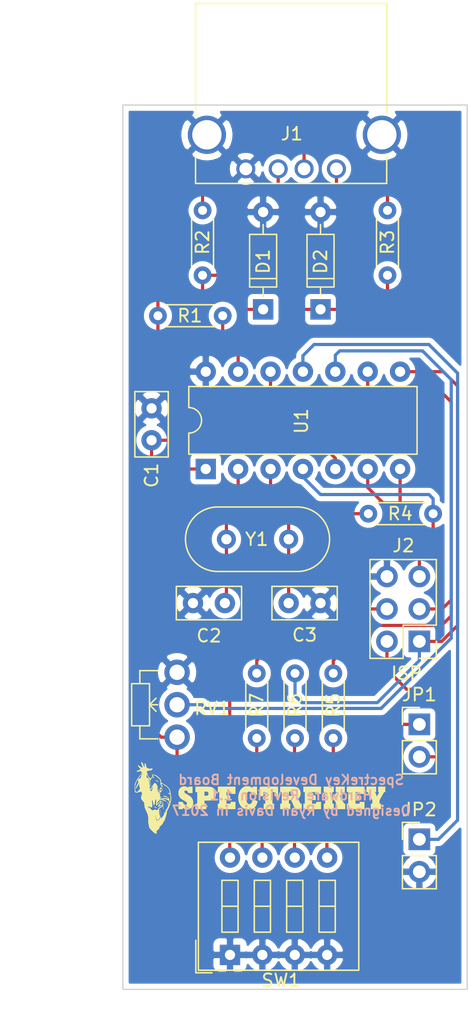
<source format=kicad_pcb>
(kicad_pcb (version 4) (host pcbnew 4.0.7)
  (title_block (title "SpectreKey Development Board") (date 2017-12-09) (rev 1) (company "Designed by Ryan Davis") (comment 1 "Rev1: Initial Revision"))
  (layers (0 F.Cu signal) (31 B.Cu signal) (34 B.Paste user) (35 F.Paste user) (36 B.SilkS user) (37 F.SilkS user) (38 B.Mask user) (39 F.Mask user) (44 Edge.Cuts user))
  (net 0 "")
  (net 1 +5V)
  (net 2 GND)
  (net 3 "Net-(C2-Pad1)")
  (net 4 "Net-(C3-Pad1)")
  (net 5 /D+)
  (net 6 /D-)
  (net 7 "Net-(J1-Pad3)")
  (net 8 "Net-(J1-Pad2)")
  (net 9 "Net-(J2-Pad1)")
  (net 10 VPP)
  (net 11 "Net-(J2-Pad3)")
  (net 12 "Net-(J2-Pad4)")
  (net 13 "Net-(J2-Pad5)")
  (net 14 /P2)
  (net 15 /P4)
  (net 16 /P5)
  (net 17 /P6)
  (net 18 /P3)
  (net 19 /P7)
  (module Capacitors_ThroughHole:C_Disc_D5.0mm_W2.5mm_P2.50mm (layer F.Cu) (at 137.25 100 90)
    (fp_text reference C1 (at -2.75 0 90) (layer F.SilkS))
    (fp_text value 10uF)
    (pad 1 thru_hole circle (at 0 0 90) (size 1.6 1.6) (drill 0.8) (layers *.Cu *.Mask) (net 1 +5V))
    (pad 2 thru_hole circle (at 2.5 0 90) (size 1.6 1.6) (drill 0.8) (layers *.Cu *.Mask) (net 2 GND))
  )
  (module Capacitors_ThroughHole:C_Disc_D5.0mm_W2.5mm_P2.50mm (layer F.Cu) (at 143 112.75 180)
    (fp_text reference C2 (at 1.25 -2.56 180) (layer F.SilkS))
    (fp_text value 22pF)
    (pad 1 thru_hole circle (at 0 0 180) (size 1.6 1.6) (drill 0.8) (layers *.Cu *.Mask) (net 3 "Net-(C2-Pad1)"))
    (pad 2 thru_hole circle (at 2.5 0 180) (size 1.6 1.6) (drill 0.8) (layers *.Cu *.Mask) (net 2 GND))
  )
  (module Capacitors_ThroughHole:C_Disc_D5.0mm_W2.5mm_P2.50mm (layer F.Cu) (at 148 112.75)
    (fp_text reference C3 (at 1.25 2.5) (layer F.SilkS))
    (fp_text value 22pF)
    (pad 1 thru_hole circle (at 0 0) (size 1.6 1.6) (drill 0.8) (layers *.Cu *.Mask) (net 4 "Net-(C3-Pad1)"))
    (pad 2 thru_hole circle (at 2.5 0) (size 1.6 1.6) (drill 0.8) (layers *.Cu *.Mask) (net 2 GND))
  )
  (module Diodes_ThroughHole:D_DO-35_SOD27_P7.62mm_Horizontal (layer F.Cu) (at 146 89.75 90)
    (fp_text reference D1 (at 3.75 0 90) (layer F.SilkS))
    (fp_text value 3.6v)
    (pad 1 thru_hole rect (at 0 0 90) (size 1.6 1.6) (drill 0.8) (layers *.Cu *.Mask) (net 5 /D+))
    (pad 2 thru_hole oval (at 7.62 0 90) (size 1.6 1.6) (drill 0.8) (layers *.Cu *.Mask) (net 2 GND))
  )
  (module Diodes_ThroughHole:D_DO-35_SOD27_P7.62mm_Horizontal (layer F.Cu) (at 150.5 89.75 90)
    (fp_text reference D2 (at 3.75 0 90) (layer F.SilkS))
    (fp_text value 3.6v)
    (pad 1 thru_hole rect (at 0 0 90) (size 1.6 1.6) (drill 0.8) (layers *.Cu *.Mask) (net 6 /D-))
    (pad 2 thru_hole oval (at 7.62 0 90) (size 1.6 1.6) (drill 0.8) (layers *.Cu *.Mask) (net 2 GND))
  )
  (module Connect:USB_A (layer F.Cu) (at 151.75 78.75 180)
    (fp_text reference J1 (at 3.5 2.75 180) (layer F.SilkS))
    (fp_text value USB_A)
    (pad 4 thru_hole circle (at 7.11 0 90) (size 1.5 1.5) (drill 1) (layers *.Cu *.Mask) (net 2 GND))
    (pad 3 thru_hole circle (at 4.57 0 90) (size 1.5 1.5) (drill 1) (layers *.Cu *.Mask) (net 7 "Net-(J1-Pad3)"))
    (pad 2 thru_hole circle (at 2.54 0 90) (size 1.5 1.5) (drill 1) (layers *.Cu *.Mask) (net 8 "Net-(J1-Pad2)"))
    (pad 1 thru_hole circle (at 0 0 90) (size 1.5 1.5) (drill 1) (layers *.Cu *.Mask) (net 1 +5V))
    (pad 5 thru_hole circle (at 10.16 2.67 90) (size 3 3) (drill 2.3) (layers *.Cu *.Mask) (net 2 GND))
    (pad 5 thru_hole circle (at -3.56 2.67 90) (size 3 3) (drill 2.3) (layers *.Cu *.Mask) (net 2 GND))
  )
  (module Pin_Headers:Pin_Header_Straight_2x03_Pitch2.54mm (layer F.Cu) (at 158.25 115.75 180)
    (fp_text reference J2 (at 1.25 7.5 180) (layer F.SilkS))
    (fp_text value ISP (at 1 -2.5 180) (layer F.SilkS))
    (pad 1 thru_hole rect (at 0 0 180) (size 1.7 1.7) (drill 1) (layers *.Cu *.Mask) (net 9 "Net-(J2-Pad1)"))
    (pad 2 thru_hole oval (at 2.54 0 180) (size 1.7 1.7) (drill 1) (layers *.Cu *.Mask) (net 10 VPP))
    (pad 3 thru_hole oval (at 0 2.54 180) (size 1.7 1.7) (drill 1) (layers *.Cu *.Mask) (net 11 "Net-(J2-Pad3)"))
    (pad 4 thru_hole oval (at 2.54 2.54 180) (size 1.7 1.7) (drill 1) (layers *.Cu *.Mask) (net 12 "Net-(J2-Pad4)"))
    (pad 5 thru_hole oval (at 0 5.08 180) (size 1.7 1.7) (drill 1) (layers *.Cu *.Mask) (net 13 "Net-(J2-Pad5)"))
    (pad 6 thru_hole oval (at 2.54 5.08 180) (size 1.7 1.7) (drill 1) (layers *.Cu *.Mask) (net 2 GND))
  )
  (module Pin_Headers:Pin_Header_Straight_1x02_Pitch2.54mm (layer F.Cu) (at 158.25 122.25)
    (fp_text reference JP1 (at 0 -2.33) (layer F.SilkS))
    (fp_text value TRGTPWR)
    (pad 1 thru_hole rect (at 0 0) (size 1.7 1.7) (drill 1) (layers *.Cu *.Mask) (net 1 +5V))
    (pad 2 thru_hole oval (at 0 2.54) (size 1.7 1.7) (drill 1) (layers *.Cu *.Mask) (net 10 VPP))
  )
  (module Pin_Headers:Pin_Header_Straight_1x02_Pitch2.54mm (layer F.Cu) (at 158.25 131.25)
    (fp_text reference JP2 (at 0 -2.33) (layer F.SilkS))
    (fp_text value DEBUG)
    (pad 1 thru_hole rect (at 0 0) (size 1.7 1.7) (drill 1) (layers *.Cu *.Mask) (net 14 /P2))
    (pad 2 thru_hole oval (at 0 2.54) (size 1.7 1.7) (drill 1) (layers *.Cu *.Mask) (net 2 GND))
  )
  (module Resistors_ThroughHole:R_Axial_DIN0204_L3.6mm_D1.6mm_P5.08mm_Horizontal (layer F.Cu) (at 137.75 90.25)
    (fp_text reference R1 (at 2.5 0) (layer F.SilkS))
    (fp_text value 1.5k)
    (pad 1 thru_hole circle (at 0 0) (size 1.4 1.4) (drill 0.7) (layers *.Cu *.Mask) (net 1 +5V))
    (pad 2 thru_hole oval (at 5.08 0) (size 1.4 1.4) (drill 0.7) (layers *.Cu *.Mask) (net 6 /D-))
  )
  (module Resistors_ThroughHole:R_Axial_DIN0204_L3.6mm_D1.6mm_P5.08mm_Horizontal (layer F.Cu) (at 141.25 82 270)
    (fp_text reference R2 (at 2.5 0 270) (layer F.SilkS))
    (fp_text value 68)
    (pad 1 thru_hole circle (at 0 0 270) (size 1.4 1.4) (drill 0.7) (layers *.Cu *.Mask) (net 7 "Net-(J1-Pad3)"))
    (pad 2 thru_hole oval (at 5.08 0 270) (size 1.4 1.4) (drill 0.7) (layers *.Cu *.Mask) (net 5 /D+))
  )
  (module Resistors_ThroughHole:R_Axial_DIN0204_L3.6mm_D1.6mm_P5.08mm_Horizontal (layer F.Cu) (at 155.75 82 270)
    (fp_text reference R3 (at 2.5 0 270) (layer F.SilkS))
    (fp_text value 68)
    (pad 1 thru_hole circle (at 0 0 270) (size 1.4 1.4) (drill 0.7) (layers *.Cu *.Mask) (net 8 "Net-(J1-Pad2)"))
    (pad 2 thru_hole oval (at 5.08 0 270) (size 1.4 1.4) (drill 0.7) (layers *.Cu *.Mask) (net 6 /D-))
  )
  (module Resistors_ThroughHole:R_Axial_DIN0204_L3.6mm_D1.6mm_P5.08mm_Horizontal (layer F.Cu) (at 154.25 105.75)
    (fp_text reference R4 (at 2.5 0) (layer F.SilkS))
    (fp_text value 4.7k)
    (pad 1 thru_hole circle (at 0 0) (size 1.4 1.4) (drill 0.7) (layers *.Cu *.Mask) (net 1 +5V))
    (pad 2 thru_hole oval (at 5.08 0) (size 1.4 1.4) (drill 0.7) (layers *.Cu *.Mask) (net 13 "Net-(J2-Pad5)"))
  )
  (module Resistors_ThroughHole:R_Axial_DIN0204_L3.6mm_D1.6mm_P5.08mm_Horizontal (layer F.Cu) (at 151.5 118.25 270)
    (fp_text reference R5 (at 2.5 0 270) (layer F.SilkS))
    (fp_text value 4.7k)
    (pad 1 thru_hole circle (at 0 0 270) (size 1.4 1.4) (drill 0.7) (layers *.Cu *.Mask) (net 11 "Net-(J2-Pad3)"))
    (pad 2 thru_hole oval (at 5.08 0 270) (size 1.4 1.4) (drill 0.7) (layers *.Cu *.Mask) (net 15 /P4))
  )
  (module Resistors_ThroughHole:R_Axial_DIN0204_L3.6mm_D1.6mm_P5.08mm_Horizontal (layer F.Cu) (at 148.5 118.25 270)
    (fp_text reference R6 (at 2.5 0 270) (layer F.SilkS))
    (fp_text value 4.7k)
    (pad 1 thru_hole circle (at 0 0 270) (size 1.4 1.4) (drill 0.7) (layers *.Cu *.Mask) (net 9 "Net-(J2-Pad1)"))
    (pad 2 thru_hole oval (at 5.08 0 270) (size 1.4 1.4) (drill 0.7) (layers *.Cu *.Mask) (net 16 /P5))
  )
  (module Resistors_ThroughHole:R_Axial_DIN0204_L3.6mm_D1.6mm_P5.08mm_Horizontal (layer F.Cu) (at 145.5 118.25 270)
    (fp_text reference R7 (at 2.5 0 270) (layer F.SilkS))
    (fp_text value 4.7k)
    (pad 1 thru_hole circle (at 0 0 270) (size 1.4 1.4) (drill 0.7) (layers *.Cu *.Mask) (net 12 "Net-(J2-Pad4)"))
    (pad 2 thru_hole oval (at 5.08 0 270) (size 1.4 1.4) (drill 0.7) (layers *.Cu *.Mask) (net 17 /P6))
  )
  (module Potentiometers:Potentiometer_WirePads_Small (layer F.Cu) (at 139.25 123.25 180)
    (fp_text reference RV1 (at -2.75 2.25 180) (layer F.SilkS))
    (fp_text value POT)
    (pad 2 thru_hole circle (at 0 2.54 180) (size 2 2) (drill 1.2) (layers *.Cu *.Mask) (net 18 /P3))
    (pad 3 thru_hole circle (at 0 5.08 180) (size 2 2) (drill 1.2) (layers *.Cu *.Mask) (net 2 GND))
    (pad 1 thru_hole circle (at 0 0 180) (size 2 2) (drill 1.2) (layers *.Cu *.Mask) (net 1 +5V))
  )
  (module Buttons_Switches_ThroughHole:SW_DIP_x4_W7.62mm_Slide (layer F.Cu) (at 143.4 140.3 90)
    (fp_text reference SW1 (at -2 4 180) (layer F.SilkS))
    (fp_text value SW_DIP_x04)
    (pad 1 thru_hole rect (at 0 0 90) (size 1.6 1.6) (drill 0.8) (layers *.Cu *.Mask) (net 2 GND))
    (pad 5 thru_hole oval (at 7.62 7.62 90) (size 1.6 1.6) (drill 0.8) (layers *.Cu *.Mask) (net 15 /P4))
    (pad 2 thru_hole oval (at 0 2.54 90) (size 1.6 1.6) (drill 0.8) (layers *.Cu *.Mask) (net 2 GND))
    (pad 6 thru_hole oval (at 7.62 5.08 90) (size 1.6 1.6) (drill 0.8) (layers *.Cu *.Mask) (net 16 /P5))
    (pad 3 thru_hole oval (at 0 5.08 90) (size 1.6 1.6) (drill 0.8) (layers *.Cu *.Mask) (net 2 GND))
    (pad 7 thru_hole oval (at 7.62 2.54 90) (size 1.6 1.6) (drill 0.8) (layers *.Cu *.Mask) (net 17 /P6))
    (pad 4 thru_hole oval (at 0 7.62 90) (size 1.6 1.6) (drill 0.8) (layers *.Cu *.Mask) (net 2 GND))
    (pad 8 thru_hole oval (at 7.62 0 90) (size 1.6 1.6) (drill 0.8) (layers *.Cu *.Mask) (net 19 /P7))
  )
  (module Housings_DIP:DIP-14_W7.62mm (layer F.Cu) (at 141.5 102.25 90)
    (fp_text reference U1 (at 3.75 7.5 90) (layer F.SilkS))
    (fp_text value ATTINY84-20PU)
    (pad 1 thru_hole rect (at 0 0 90) (size 1.6 1.6) (drill 0.8) (layers *.Cu *.Mask) (net 1 +5V))
    (pad 8 thru_hole oval (at 7.62 15.24 90) (size 1.6 1.6) (drill 0.8) (layers *.Cu *.Mask) (net 9 "Net-(J2-Pad1)"))
    (pad 2 thru_hole oval (at 0 2.54 90) (size 1.6 1.6) (drill 0.8) (layers *.Cu *.Mask) (net 3 "Net-(C2-Pad1)"))
    (pad 9 thru_hole oval (at 7.62 12.7 90) (size 1.6 1.6) (drill 0.8) (layers *.Cu *.Mask) (net 11 "Net-(J2-Pad3)"))
    (pad 3 thru_hole oval (at 0 5.08 90) (size 1.6 1.6) (drill 0.8) (layers *.Cu *.Mask) (net 4 "Net-(C3-Pad1)"))
    (pad 10 thru_hole oval (at 7.62 10.16 90) (size 1.6 1.6) (drill 0.8) (layers *.Cu *.Mask) (net 18 /P3))
    (pad 4 thru_hole oval (at 0 7.62 90) (size 1.6 1.6) (drill 0.8) (layers *.Cu *.Mask) (net 13 "Net-(J2-Pad5)"))
    (pad 11 thru_hole oval (at 7.62 7.62 90) (size 1.6 1.6) (drill 0.8) (layers *.Cu *.Mask) (net 14 /P2))
    (pad 5 thru_hole oval (at 0 10.16 90) (size 1.6 1.6) (drill 0.8) (layers *.Cu *.Mask) (net 5 /D+))
    (pad 12 thru_hole oval (at 7.62 5.08 90) (size 1.6 1.6) (drill 0.8) (layers *.Cu *.Mask) (net 5 /D+))
    (pad 6 thru_hole oval (at 0 12.7 90) (size 1.6 1.6) (drill 0.8) (layers *.Cu *.Mask) (net 19 /P7))
    (pad 13 thru_hole oval (at 7.62 2.54 90) (size 1.6 1.6) (drill 0.8) (layers *.Cu *.Mask) (net 6 /D-))
    (pad 7 thru_hole oval (at 0 15.24 90) (size 1.6 1.6) (drill 0.8) (layers *.Cu *.Mask) (net 12 "Net-(J2-Pad4)"))
    (pad 14 thru_hole oval (at 7.62 0 90) (size 1.6 1.6) (drill 0.8) (layers *.Cu *.Mask) (net 2 GND))
  )
  (module Crystals:Crystal_HC49-U_Vertical (layer F.Cu) (at 148 107.75 180)
    (fp_text reference Y1 (at 2.5 0 180) (layer F.SilkS))
    (fp_text value 20MHz)
    (pad 1 thru_hole circle (at 0 0 180) (size 1.5 1.5) (drill 0.8) (layers *.Cu *.Mask) (net 4 "Net-(C3-Pad1)"))
    (pad 2 thru_hole circle (at 4.88 0 180) (size 1.5 1.5) (drill 0.8) (layers *.Cu *.Mask) (net 3 "Net-(C2-Pad1)"))
  )
  (module "SpectreKey Logo:LogoText_Small_2" (layer F.Cu) (at 145.75 128)
    (fp_text reference G*** hide)
    (fp_text value LOGO hide)
  )
  (gr_line (start 135 73.75) (end 135 143) (angle 90) (layer Edge.Cuts) (width 0.1))
  (gr_line (start 162 73.75) (end 162 143) (angle 90) (layer Edge.Cuts) (width 0.1))
  (gr_line (start 135 143) (end 162 143) (angle 90) (layer Edge.Cuts) (width 0.1))
  (gr_text "SpectreKey Development Board\nHardware Revision 1.1\nDesigned by Ryan Davis in 2017" (at 148.2 127.8) (layer B.SilkS) (effects (font (size 0.75 0.75)) (justify mirror)))
  (gr_line (start 162 73.75) (end 135 73.75) (angle 90) (layer Edge.Cuts) (width 0.1))
  (segment (start 139.25 123.25) (end 139.25 134.45) (width 0.25) (layer F.Cu) (net 1))
  (segment (start 156.45 122.25) (end 158.25 122.25) (width 0.25) (layer F.Cu) (net 1))
  (segment (start 154.7 124) (end 156.45 122.25) (width 0.25) (layer F.Cu) (net 1))
  (segment (start 154.7 134.4) (end 154.7 124) (width 0.25) (layer F.Cu) (net 1))
  (segment (start 152.7 136.4) (end 154.7 134.4) (width 0.25) (layer F.Cu) (net 1))
  (segment (start 141.2 136.4) (end 152.7 136.4) (width 0.25) (layer F.Cu) (net 1))
  (segment (start 139.25 134.45) (end 141.2 136.4) (width 0.25) (layer F.Cu) (net 1))
  (segment (start 152.5 109) (end 152.5 106.25) (width 0.25) (layer F.Cu) (net 1))
  (segment (start 152.5 114) (end 152.5 109) (width 0.25) (layer F.Cu) (net 1))
  (segment (start 152.056801 114.443199) (end 152.5 114) (width 0.25) (layer F.Cu) (net 1))
  (segment (start 153 105.75) (end 154.25 105.75) (width 0.25) (layer F.Cu) (net 1))
  (segment (start 152.5 106.25) (end 153 105.75) (width 0.25) (layer F.Cu) (net 1))
  (segment (start 137.25 114.5) (end 152 114.5) (width 0.25) (layer F.Cu) (net 1))
  (segment (start 139.25 123.25) (end 138 123.25) (width 0.25) (layer F.Cu) (net 1))
  (segment (start 137.25 122.5) (end 137.25 116.25) (width 0.25) (layer F.Cu) (net 1))
  (segment (start 137.25 116.25) (end 137.25 116) (width 0.25) (layer F.Cu) (net 1))
  (segment (start 137.25 116) (end 137.25 114.5) (width 0.25) (layer F.Cu) (net 1))
  (segment (start 137.25 114.5) (end 137.25 100) (width 0.25) (layer F.Cu) (net 1))
  (segment (start 138 123.25) (end 137.25 122.5) (width 0.25) (layer F.Cu) (net 1))
  (segment (start 151.75 78.75) (end 151.75 80) (width 0.25) (layer F.Cu) (net 1))
  (segment (start 137.75 86.5) (end 137.75 90.25) (width 0.25) (layer F.Cu) (net 1))
  (segment (start 139.75 84.5) (end 137.75 86.5) (width 0.25) (layer F.Cu) (net 1))
  (segment (start 147.25 84.5) (end 139.75 84.5) (width 0.25) (layer F.Cu) (net 1))
  (segment (start 148 83.75) (end 147.25 84.5) (width 0.25) (layer F.Cu) (net 1))
  (segment (start 148 81.75) (end 148 83.75) (width 0.25) (layer F.Cu) (net 1))
  (segment (start 149.25 80.5) (end 148 81.75) (width 0.25) (layer F.Cu) (net 1))
  (segment (start 151.25 80.5) (end 149.25 80.5) (width 0.25) (layer F.Cu) (net 1))
  (segment (start 151.75 80) (end 151.25 80.5) (width 0.25) (layer F.Cu) (net 1))
  (segment (start 139.25 99.25) (end 139.25 101.25) (width 0.25) (layer F.Cu) (net 1))
  (segment (start 140.25 102.25) (end 141.5 102.25) (width 0.25) (layer F.Cu) (net 1))
  (segment (start 139.25 101.25) (end 140.25 102.25) (width 0.25) (layer F.Cu) (net 1))
  (segment (start 137.75 90.25) (end 137.75 93.75) (width 0.25) (layer F.Cu) (net 1))
  (segment (start 138.5 100) (end 137.25 100) (width 0.25) (layer F.Cu) (net 1))
  (segment (start 139.25 99.25) (end 138.5 100) (width 0.25) (layer F.Cu) (net 1))
  (segment (start 139.25 95.25) (end 139.25 99.25) (width 0.25) (layer F.Cu) (net 1))
  (segment (start 137.75 93.75) (end 139.25 95.25) (width 0.25) (layer F.Cu) (net 1))
  (segment (start 143.12 107.75) (end 143.12 112.63) (width 0.25) (layer F.Cu) (net 3))
  (segment (start 143.12 112.63) (end 143 112.75) (width 0.25) (layer F.Cu) (net 3))
  (segment (start 143.12 107.75) (end 143.12 105.13) (width 0.25) (layer F.Cu) (net 3))
  (segment (start 144.04 104.21) (end 144.04 102.25) (width 0.25) (layer F.Cu) (net 3))
  (segment (start 143.12 105.13) (end 144.04 104.21) (width 0.25) (layer F.Cu) (net 3))
  (segment (start 148 107.75) (end 148 112.75) (width 0.25) (layer F.Cu) (net 4))
  (segment (start 146.58 102.25) (end 146.58 104.33) (width 0.25) (layer F.Cu) (net 4))
  (segment (start 148 105.75) (end 148 107.75) (width 0.25) (layer F.Cu) (net 4))
  (segment (start 146.58 104.33) (end 148 105.75) (width 0.25) (layer F.Cu) (net 4))
  (segment (start 140.25 95.75) (end 140.25 100.25) (width 0.25) (layer F.Cu) (net 5))
  (segment (start 151.66 101.41) (end 151.66 102.25) (width 0.25) (layer F.Cu) (net 5))
  (segment (start 151 100.75) (end 151.66 101.41) (width 0.25) (layer F.Cu) (net 5))
  (segment (start 140.75 100.75) (end 151 100.75) (width 0.25) (layer F.Cu) (net 5))
  (segment (start 140.25 100.25) (end 140.75 100.75) (width 0.25) (layer F.Cu) (net 5))
  (segment (start 146.58 94.63) (end 146.58 95.92) (width 0.25) (layer F.Cu) (net 5))
  (segment (start 141.25 88.25) (end 141.25 87.08) (width 0.25) (layer F.Cu) (net 5))
  (segment (start 140 89.5) (end 141.25 88.25) (width 0.25) (layer F.Cu) (net 5))
  (segment (start 140 95.5) (end 140 89.5) (width 0.25) (layer F.Cu) (net 5))
  (segment (start 140.5 96) (end 140.25 95.75) (width 0.25) (layer F.Cu) (net 5))
  (segment (start 140.25 95.75) (end 140 95.5) (width 0.25) (layer F.Cu) (net 5))
  (segment (start 146.5 96) (end 140.5 96) (width 0.25) (layer F.Cu) (net 5))
  (segment (start 146.58 95.92) (end 146.5 96) (width 0.25) (layer F.Cu) (net 5))
  (segment (start 141.25 87.08) (end 143.08 87.08) (width 0.25) (layer F.Cu) (net 5))
  (segment (start 144.75 89.75) (end 146 89.75) (width 0.25) (layer F.Cu) (net 5))
  (segment (start 143.75 88.75) (end 144.75 89.75) (width 0.25) (layer F.Cu) (net 5))
  (segment (start 143.75 87.75) (end 143.75 88.75) (width 0.25) (layer F.Cu) (net 5))
  (segment (start 143.08 87.08) (end 143.75 87.75) (width 0.25) (layer F.Cu) (net 5))
  (segment (start 144.04 92.79) (end 145.71 92.79) (width 0.25) (layer F.Cu) (net 6))
  (segment (start 148.75 89.75) (end 150.5 89.75) (width 0.25) (layer F.Cu) (net 6))
  (segment (start 145.71 92.79) (end 148.75 89.75) (width 0.25) (layer F.Cu) (net 6))
  (segment (start 142.83 90.25) (end 142.83 91.58) (width 0.25) (layer F.Cu) (net 6))
  (segment (start 144.04 92.79) (end 144.04 94.63) (width 0.25) (layer F.Cu) (net 6))
  (segment (start 142.83 91.58) (end 144.04 92.79) (width 0.25) (layer F.Cu) (net 6))
  (segment (start 155.75 87.08) (end 155.75 88.25) (width 0.25) (layer F.Cu) (net 6))
  (segment (start 155.75 88.25) (end 154.25 89.75) (width 0.25) (layer F.Cu) (net 6))
  (segment (start 154.25 89.75) (end 150.5 89.75) (width 0.25) (layer F.Cu) (net 6))
  (segment (start 141.25 82) (end 141.25 80.75) (width 0.25) (layer F.Cu) (net 7))
  (segment (start 147.18 80.07) (end 147.18 78.75) (width 0.25) (layer F.Cu) (net 7))
  (segment (start 146.75 80.5) (end 147.18 80.07) (width 0.25) (layer F.Cu) (net 7))
  (segment (start 141.5 80.5) (end 146.75 80.5) (width 0.25) (layer F.Cu) (net 7))
  (segment (start 141.25 80.75) (end 141.5 80.5) (width 0.25) (layer F.Cu) (net 7))
  (segment (start 149.21 78.75) (end 149.21 77.29) (width 0.25) (layer F.Cu) (net 8))
  (segment (start 155.75 80.25) (end 155.75 82) (width 0.25) (layer F.Cu) (net 8))
  (segment (start 152.5 77) (end 155.75 80.25) (width 0.25) (layer F.Cu) (net 8))
  (segment (start 149.5 77) (end 152.5 77) (width 0.25) (layer F.Cu) (net 8))
  (segment (start 149.21 77.29) (end 149.5 77) (width 0.25) (layer F.Cu) (net 8))
  (segment (start 158.25 115.75) (end 158.25 117.25) (width 0.25) (layer B.Cu) (net 9))
  (segment (start 148.5 120) (end 148.5 118.25) (width 0.25) (layer B.Cu) (net 9))
  (segment (start 149.049998 120.549998) (end 148.5 120) (width 0.25) (layer B.Cu) (net 9))
  (segment (start 154.950002 120.549998) (end 149.049998 120.549998) (width 0.25) (layer B.Cu) (net 9))
  (segment (start 158.25 117.25) (end 154.950002 120.549998) (width 0.25) (layer B.Cu) (net 9))
  (segment (start 156.74 94.63) (end 160.13 94.63) (width 0.25) (layer F.Cu) (net 9))
  (segment (start 160 115.75) (end 158.25 115.75) (width 0.25) (layer F.Cu) (net 9))
  (segment (start 161.25 114.5) (end 160 115.75) (width 0.25) (layer F.Cu) (net 9))
  (segment (start 161.25 95.75) (end 161.25 114.5) (width 0.25) (layer F.Cu) (net 9))
  (segment (start 160.13 94.63) (end 161.25 95.75) (width 0.25) (layer F.Cu) (net 9))
  (segment (start 155.71 115.75) (end 155.71 117.96) (width 0.25) (layer F.Cu) (net 10))
  (segment (start 157.25 119.5) (end 160 119.5) (width 0.25) (layer F.Cu) (net 10))
  (segment (start 155.71 117.96) (end 157.25 119.5) (width 0.25) (layer F.Cu) (net 10))
  (segment (start 160.5 120) (end 160.5 124.25) (width 0.25) (layer F.Cu) (net 10))
  (segment (start 159.96 124.79) (end 158.25 124.79) (width 0.25) (layer F.Cu) (net 10))
  (segment (start 160.5 124.25) (end 159.96 124.79) (width 0.25) (layer F.Cu) (net 10))
  (segment (start 160 119.5) (end 160.5 120) (width 0.25) (layer F.Cu) (net 10))
  (segment (start 154.25 114.5) (end 160 114.5) (width 0.25) (layer F.Cu) (net 11))
  (segment (start 151.5 117.25) (end 154.25 114.5) (width 0.25) (layer F.Cu) (net 11))
  (segment (start 151.5 118.25) (end 151.5 117.25) (width 0.25) (layer F.Cu) (net 11))
  (segment (start 160 114.5) (end 160.75 113.75) (width 0.25) (layer F.Cu) (net 11))
  (segment (start 160.75 113.75) (end 160.75 112.5) (width 0.25) (layer F.Cu) (net 11))
  (segment (start 154.2 94.63) (end 154.2 95.95) (width 0.25) (layer F.Cu) (net 11))
  (segment (start 160.04 113.21) (end 158.25 113.21) (width 0.25) (layer F.Cu) (net 11))
  (segment (start 160.75 112.5) (end 160.04 113.21) (width 0.25) (layer F.Cu) (net 11))
  (segment (start 160.75 97) (end 160.75 112.5) (width 0.25) (layer F.Cu) (net 11))
  (segment (start 159.75 96) (end 160.75 97) (width 0.25) (layer F.Cu) (net 11))
  (segment (start 154.25 96) (end 159.75 96) (width 0.25) (layer F.Cu) (net 11))
  (segment (start 154.2 95.95) (end 154.25 96) (width 0.25) (layer F.Cu) (net 11))
  (segment (start 156.74 102.25) (end 156.74 106.51) (width 0.25) (layer F.Cu) (net 12))
  (segment (start 154 109.25) (end 154 113.5) (width 0.25) (layer F.Cu) (net 12))
  (segment (start 156.74 106.51) (end 154 109.25) (width 0.25) (layer F.Cu) (net 12))
  (segment (start 155.71 113.21) (end 154.29 113.21) (width 0.25) (layer F.Cu) (net 12))
  (segment (start 145.5 117.25) (end 145.5 118.25) (width 0.25) (layer F.Cu) (net 12))
  (segment (start 146.25 116.5) (end 145.5 117.25) (width 0.25) (layer F.Cu) (net 12))
  (segment (start 151.5 116.5) (end 146.25 116.5) (width 0.25) (layer F.Cu) (net 12))
  (segment (start 154 114) (end 151.5 116.5) (width 0.25) (layer F.Cu) (net 12))
  (segment (start 154 113.5) (end 154 114) (width 0.25) (layer F.Cu) (net 12))
  (segment (start 154.29 113.21) (end 154 113.5) (width 0.25) (layer F.Cu) (net 12))
  (segment (start 150.5 104.25) (end 159 104.25) (width 0.25) (layer B.Cu) (net 13))
  (segment (start 149.12 102.25) (end 149.12 102.87) (width 0.25) (layer B.Cu) (net 13))
  (segment (start 149.12 102.87) (end 150.5 104.25) (width 0.25) (layer B.Cu) (net 13))
  (segment (start 159 104.25) (end 159.33 104.58) (width 0.25) (layer B.Cu) (net 13))
  (segment (start 159.33 104.58) (end 159.33 105.75) (width 0.25) (layer B.Cu) (net 13))
  (segment (start 158.25 110.67) (end 158.25 108.75) (width 0.25) (layer F.Cu) (net 13))
  (segment (start 159.33 107.67) (end 159.33 105.75) (width 0.25) (layer F.Cu) (net 13))
  (segment (start 158.25 108.75) (end 159.33 107.67) (width 0.25) (layer F.Cu) (net 13))
  (segment (start 158.25 131.25) (end 159.75 131.25) (width 0.25) (layer B.Cu) (net 14))
  (segment (start 159.75 131.25) (end 161.25 129.75) (width 0.25) (layer B.Cu) (net 14))
  (segment (start 161.25 129.75) (end 161.25 94.75) (width 0.25) (layer B.Cu) (net 14))
  (segment (start 161.25 94.75) (end 159 92.5) (width 0.25) (layer B.Cu) (net 14))
  (segment (start 159 92.5) (end 150 92.5) (width 0.25) (layer B.Cu) (net 14))
  (segment (start 150 92.5) (end 149.12 93.38) (width 0.25) (layer B.Cu) (net 14))
  (segment (start 149.12 93.38) (end 149.12 94.63) (width 0.25) (layer B.Cu) (net 14))
  (segment (start 151 132.66) (end 151 127) (width 0.25) (layer F.Cu) (net 15))
  (segment (start 151 127) (end 151 125.25) (width 0.25) (layer F.Cu) (net 15))
  (segment (start 151 125.25) (end 151.5 124.75) (width 0.25) (layer F.Cu) (net 15))
  (segment (start 151.5 124.75) (end 151.5 123.33) (width 0.25) (layer F.Cu) (net 15))
  (segment (start 151 132.66) (end 151.02 132.68) (width 0.25) (layer F.Cu) (net 15))
  (segment (start 148.46 132.66) (end 148.46 127) (width 0.25) (layer F.Cu) (net 16))
  (segment (start 148.46 127) (end 148.46 123.37) (width 0.25) (layer F.Cu) (net 16))
  (segment (start 148.46 132.66) (end 148.48 132.68) (width 0.25) (layer F.Cu) (net 16))
  (segment (start 148.46 123.37) (end 148.5 123.33) (width 0.25) (layer F.Cu) (net 16))
  (segment (start 145.92 132.66) (end 145.92 125.17) (width 0.25) (layer F.Cu) (net 17))
  (segment (start 145.92 125.17) (end 145.5 124.75) (width 0.25) (layer F.Cu) (net 17))
  (segment (start 145.5 124.75) (end 145.5 123.33) (width 0.25) (layer F.Cu) (net 17))
  (segment (start 145.92 132.66) (end 145.94 132.68) (width 0.25) (layer F.Cu) (net 17))
  (segment (start 145.92 132.46) (end 146.14 132.68) (width 0.25) (layer F.Cu) (net 17))
  (segment (start 145.92 132.6) (end 145.84 132.68) (width 0.25) (layer F.Cu) (net 17))
  (segment (start 151.66 94.63) (end 151.66 93.34) (width 0.25) (layer B.Cu) (net 18))
  (segment (start 141.21 120.71) (end 139.25 120.71) (width 0.25) (layer B.Cu) (net 18))
  (segment (start 141.5 121) (end 141.21 120.71) (width 0.25) (layer B.Cu) (net 18))
  (segment (start 155.25 121) (end 141.5 121) (width 0.25) (layer B.Cu) (net 18))
  (segment (start 160.75 115.5) (end 155.25 121) (width 0.25) (layer B.Cu) (net 18))
  (segment (start 160.75 95.25) (end 160.75 115.5) (width 0.25) (layer B.Cu) (net 18))
  (segment (start 158.5 93) (end 160.75 95.25) (width 0.25) (layer B.Cu) (net 18))
  (segment (start 152 93) (end 158.5 93) (width 0.25) (layer B.Cu) (net 18))
  (segment (start 151.66 93.34) (end 152 93) (width 0.25) (layer B.Cu) (net 18))
  (segment (start 143.38 126.9) (end 143.38 132.66) (width 0.25) (layer F.Cu) (net 19))
  (segment (start 143.38 132.66) (end 143.4 132.68) (width 0.25) (layer F.Cu) (net 19))
  (segment (start 143.38 117.87) (end 143.38 126.9) (width 0.25) (layer F.Cu) (net 19))
  (segment (start 143.38 126.9) (end 143.38 127) (width 0.25) (layer F.Cu) (net 19))
  (segment (start 143.38 117.87) (end 145.75 115.5) (width 0.25) (layer F.Cu) (net 19))
  (segment (start 145.75 115.5) (end 151.75 115.5) (width 0.25) (layer F.Cu) (net 19))
  (segment (start 151.75 115.5) (end 153.25 114) (width 0.25) (layer F.Cu) (net 19))
  (segment (start 153.25 114) (end 153.25 108.75) (width 0.25) (layer F.Cu) (net 19))
  (segment (start 153.25 108.75) (end 155.75 106.25) (width 0.25) (layer F.Cu) (net 19))
  (segment (start 155.75 105.25) (end 155.75 106.25) (width 0.25) (layer F.Cu) (net 19))
  (segment (start 154.2 103.7) (end 155.75 105.25) (width 0.25) (layer F.Cu) (net 19))
  (segment (start 154.2 102.25) (end 154.2 103.7) (width 0.25) (layer F.Cu) (net 19))
  (zone (net 2) (net_name GND) (layer B.Cu) (connect_pads thru_hole_only (clearance 0.4)) (min_thickness 0.2) (fill yes (arc_segments 32) (thermal_gap 0.5) (thermal_bridge_width 0.5))
    (polygon (pts (xy 162 143) (xy 135 143) (xy 135 73.75) (xy 162 73.75)))
  )
)
</source>
